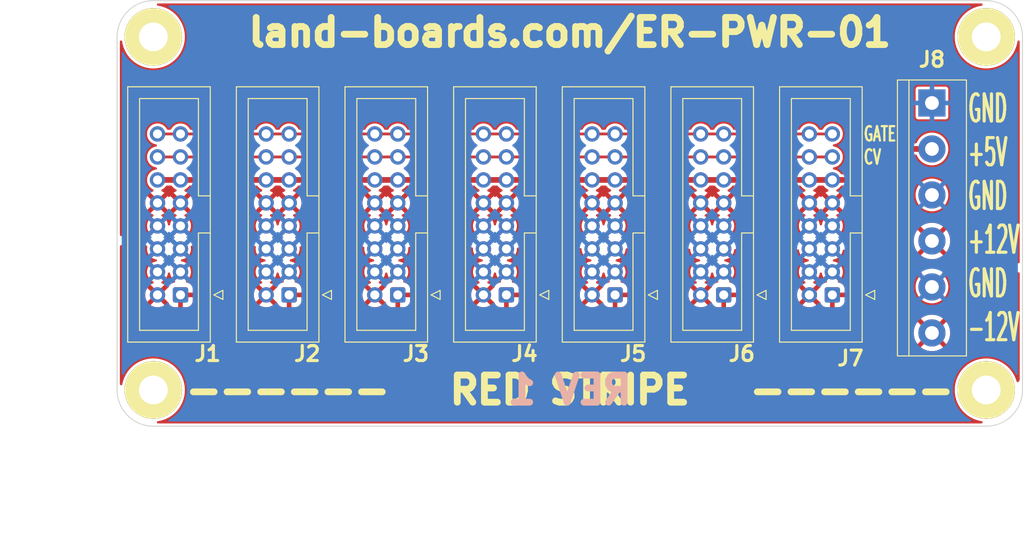
<source format=kicad_pcb>
(kicad_pcb (version 20211014) (generator pcbnew)
  (layers (0 "F.Cu" signal) (31 "B.Cu" signal) (34 "B.Paste" user) (35 "F.Paste" user) (36 "B.SilkS" user "B.Silkscreen") (37 "F.SilkS" user "F.Silkscreen") (38 "B.Mask" user) (39 "F.Mask" user) (44 "Edge.Cuts" user))
  (net 0 "")
  (net 1 "GND")
  (net 2 "/P13")
  (net 3 "/P15")
  (net 4 "/-12V")
  (net 5 "/+12V")
  (net 6 "/+5V")
  (footprint "LandBoards_MountHoles:MTG-4-40" (layer "F.Cu") (at 94 83)
    (fp_text reference "MTG1" hide)
    (fp_text value "MountingHole" hide)
    (pad "1" thru_hole circle locked (at 0 0) (size 6.35 6.35) (drill 3.175) (layers *.Cu *.Mask "F.SilkS"))
  )
  (footprint "Connector_IDC:IDC-Header_2x08_P2.54mm_Vertical" (layer "F.Cu") (at 169 72.5 180)
    (fp_text reference "J7" (at -2 -7) (layer "F.SilkS") (effects (font (size 1.651 1.651) (thickness 0.34925))))
    (fp_text value "Conn_02x08_Odd_Even")
    (fp_line (start 5.83 22.99) (end -3.29 22.99) (layer "F.SilkS") (width 0.12))
    (fp_line (start 4.52 21.69) (end -1.98 21.69) (layer "F.SilkS") (width 0.12))
    (fp_line (start -3.29 22.99) (end -3.29 -5.21) (layer "F.SilkS") (width 0.12))
    (fp_line (start -4.68 -0.5) (end -4.68 0.5) (layer "F.SilkS") (width 0.12))
    (fp_line (start -1.98 10.94) (end -3.29 10.94) (layer "F.SilkS") (width 0.12))
    (fp_line (start -1.98 21.69) (end -1.98 10.94) (layer "F.SilkS") (width 0.12))
    (fp_line (start -1.98 6.84) (end -1.98 -3.91) (layer "F.SilkS") (width 0.12))
    (fp_line (start -3.29 6.84) (end -1.98 6.84) (layer "F.SilkS") (width 0.12))
    (fp_line (start -1.98 10.94) (end -1.98 10.94) (layer "F.SilkS") (width 0.12))
    (fp_line (start 4.52 -3.91) (end 4.52 21.69) (layer "F.SilkS") (width 0.12))
    (fp_line (start -3.29 -5.21) (end 5.83 -5.21) (layer "F.SilkS") (width 0.12))
    (fp_line (start 5.83 -5.21) (end 5.83 22.99) (layer "F.SilkS") (width 0.12))
    (fp_line (start -1.98 -3.91) (end 4.52 -3.91) (layer "F.SilkS") (width 0.12))
    (fp_line (start -4.68 0.5) (end -3.68 0) (layer "F.SilkS") (width 0.12))
    (fp_line (start -3.68 0) (end -4.68 -0.5) (layer "F.SilkS") (width 0.12))
    (pad "1" thru_hole roundrect (at 0 0 180) (size 1.7 1.7) (drill 1) (layers *.Cu *.Mask) (roundrect_rratio 0.1470588235) (net 4 "/-12V"))
    (pad "2" thru_hole circle (at 2.54 0 180) (size 1.7 1.7) (drill 1) (layers *.Cu *.Mask) (net 4 "/-12V"))
    (pad "3" thru_hole circle (at 0 2.54 180) (size 1.7 1.7) (drill 1) (layers *.Cu *.Mask) (net 1 "GND"))
    (pad "4" thru_hole circle (at 2.54 2.54 180) (size 1.7 1.7) (drill 1) (layers *.Cu *.Mask) (net 1 "GND"))
    (pad "5" thru_hole circle (at 0 5.08 180) (size 1.7 1.7) (drill 1) (layers *.Cu *.Mask) (net 1 "GND"))
    (pad "6" thru_hole circle (at 2.54 5.08 180) (size 1.7 1.7) (drill 1) (layers *.Cu *.Mask) (net 1 "GND"))
    (pad "7" thru_hole circle (at 0 7.62 180) (size 1.7 1.7) (drill 1) (layers *.Cu *.Mask) (net 1 "GND"))
    (pad "8" thru_hole circle (at 2.54 7.62 180) (size 1.7 1.7) (drill 1) (layers *.Cu *.Mask) (net 1 "GND"))
    (pad "9" thru_hole circle (at 0 10.16 180) (size 1.7 1.7) (drill 1) (layers *.Cu *.Mask) (net 5 "/+12V"))
    (pad "10" thru_hole circle (at 2.54 10.16 180) (size 1.7 1.7) (drill 1) (layers *.Cu *.Mask) (net 5 "/+12V"))
    (pad "11" thru_hole circle (at 0 12.7 180) (size 1.7 1.7) (drill 1) (layers *.Cu *.Mask) (net 6 "/+5V"))
    (pad "12" thru_hole circle (at 2.54 12.7 180) (size 1.7 1.7) (drill 1) (layers *.Cu *.Mask) (net 6 "/+5V"))
    (pad "13" thru_hole circle (at 0 15.24 180) (size 1.7 1.7) (drill 1) (layers *.Cu *.Mask) (net 2 "/P13"))
    (pad "14" thru_hole circle (at 2.54 15.24 180) (size 1.7 1.7) (drill 1) (layers *.Cu *.Mask) (net 2 "/P13"))
    (pad "15" thru_hole circle (at 0 17.78 180) (size 1.7 1.7) (drill 1) (layers *.Cu *.Mask) (net 3 "/P15"))
    (pad "16" thru_hole circle (at 2.54 17.78 180) (size 1.7 1.7) (drill 1) (layers *.Cu *.Mask) (net 3 "/P15"))
  )
  (footprint "TerminalBlock:TerminalBlock_bornier-6_P5.08mm" (layer "F.Cu") (at 180 51.3 -90)
    (fp_text reference "J8" (at -4.8 0 180) (layer "F.SilkS") (effects (font (size 1.651 1.651) (thickness 0.34925))))
    (fp_text value "Conn_01x06")
    (fp_line (start -2.54 -3.81) (end 27.94 -3.81) (layer "F.SilkS") (width 0.12))
    (fp_line (start -2.54 2.54) (end 27.94 2.54) (layer "F.SilkS") (width 0.12))
    (fp_line (start -2.54 -3.81) (end -2.54 3.81) (layer "F.SilkS") (width 0.12))
    (fp_line (start 27.94 3.81) (end 27.94 -3.81) (layer "F.SilkS") (width 0.12))
    (fp_line (start -2.54 3.81) (end 27.94 3.81) (layer "F.SilkS") (width 0.12))
    (pad "1" thru_hole rect (at 0 0 270) (size 3 3) (drill 1.52) (layers *.Cu *.Mask) (net 1 "GND"))
    (pad "2" thru_hole circle (at 5.08 0 270) (size 3 3) (drill 1.52) (layers *.Cu *.Mask) (net 6 "/+5V"))
    (pad "3" thru_hole circle (at 10.16 0 270) (size 3 3) (drill 1.52) (layers *.Cu *.Mask) (net 1 "GND"))
    (pad "4" thru_hole circle (at 15.24 0 270) (size 3 3) (drill 1.52) (layers *.Cu *.Mask) (net 5 "/+12V"))
    (pad "5" thru_hole circle (at 20.32 0 270) (size 3 3) (drill 1.52) (layers *.Cu *.Mask) (net 1 "GND"))
    (pad "6" thru_hole circle (at 25.4 0 270) (size 3 3) (drill 1.52) (layers *.Cu *.Mask) (net 4 "/-12V"))
  )
  (footprint "Connector_IDC:IDC-Header_2x08_P2.54mm_Vertical" (layer "F.Cu") (at 109 72.5 180)
    (fp_text reference "J2" (at -2 -6.5) (layer "F.SilkS") (effects (font (size 1.651 1.651) (thickness 0.34925))))
    (fp_text value "Conn_02x08_Odd_Even")
    (fp_line (start -1.98 -3.91) (end 4.52 -3.91) (layer "F.SilkS") (width 0.12))
    (fp_line (start -1.98 10.94) (end -1.98 10.94) (layer "F.SilkS") (width 0.12))
    (fp_line (start -3.68 0) (end -4.68 -0.5) (layer "F.SilkS") (width 0.12))
    (fp_line (start 5.83 22.99) (end -3.29 22.99) (layer "F.SilkS") (width 0.12))
    (fp_line (start 4.52 -3.91) (end 4.52 21.69) (layer "F.SilkS") (width 0.12))
    (fp_line (start -3.29 -5.21) (end 5.83 -5.21) (layer "F.SilkS") (width 0.12))
    (fp_line (start -4.68 -0.5) (end -4.68 0.5) (layer "F.SilkS") (width 0.12))
    (fp_line (start -3.29 6.84) (end -1.98 6.84) (layer "F.SilkS") (width 0.12))
    (fp_line (start -3.29 22.99) (end -3.29 -5.21) (layer "F.SilkS") (width 0.12))
    (fp_line (start -1.98 21.69) (end -1.98 10.94) (layer "F.SilkS") (width 0.12))
    (fp_line (start -4.68 0.5) (end -3.68 0) (layer "F.SilkS") (width 0.12))
    (fp_line (start -1.98 10.94) (end -3.29 10.94) (layer "F.SilkS") (width 0.12))
    (fp_line (start 5.83 -5.21) (end 5.83 22.99) (layer "F.SilkS") (width 0.12))
    (fp_line (start 4.52 21.69) (end -1.98 21.69) (layer "F.SilkS") (width 0.12))
    (fp_line (start -1.98 6.84) (end -1.98 -3.91) (layer "F.SilkS") (width 0.12))
    (pad "1" thru_hole roundrect (at 0 0 180) (size 1.7 1.7) (drill 1) (layers *.Cu *.Mask) (roundrect_rratio 0.1470588235) (net 4 "/-12V"))
    (pad "2" thru_hole circle (at 2.54 0 180) (size 1.7 1.7) (drill 1) (layers *.Cu *.Mask) (net 4 "/-12V"))
    (pad "3" thru_hole circle (at 0 2.54 180) (size 1.7 1.7) (drill 1) (layers *.Cu *.Mask) (net 1 "GND"))
    (pad "4" thru_hole circle (at 2.54 2.54 180) (size 1.7 1.7) (drill 1) (layers *.Cu *.Mask) (net 1 "GND"))
    (pad "5" thru_hole circle (at 0 5.08 180) (size 1.7 1.7) (drill 1) (layers *.Cu *.Mask) (net 1 "GND"))
    (pad "6" thru_hole circle (at 2.54 5.08 180) (size 1.7 1.7) (drill 1) (layers *.Cu *.Mask) (net 1 "GND"))
    (pad "7" thru_hole circle (at 0 7.62 180) (size 1.7 1.7) (drill 1) (layers *.Cu *.Mask) (net 1 "GND"))
    (pad "8" thru_hole circle (at 2.54 7.62 180) (size 1.7 1.7) (drill 1) (layers *.Cu *.Mask) (net 1 "GND"))
    (pad "9" thru_hole circle (at 0 10.16 180) (size 1.7 1.7) (drill 1) (layers *.Cu *.Mask) (net 5 "/+12V"))
    (pad "10" thru_hole circle (at 2.54 10.16 180) (size 1.7 1.7) (drill 1) (layers *.Cu *.Mask) (net 5 "/+12V"))
    (pad "11" thru_hole circle (at 0 12.7 180) (size 1.7 1.7) (drill 1) (layers *.Cu *.Mask) (net 6 "/+5V"))
    (pad "12" thru_hole circle (at 2.54 12.7 180) (size 1.7 1.7) (drill 1) (layers *.Cu *.Mask) (net 6 "/+5V"))
    (pad "13" thru_hole circle (at 0 15.24 180) (size 1.7 1.7) (drill 1) (layers *.Cu *.Mask) (net 2 "/P13"))
    (pad "14" thru_hole circle (at 2.54 15.24 180) (size 1.7 1.7) (drill 1) (layers *.Cu *.Mask) (net 2 "/P13"))
    (pad "15" thru_hole circle (at 0 17.78 180) (size 1.7 1.7) (drill 1) (layers *.Cu *.Mask) (net 3 "/P15"))
    (pad "16" thru_hole circle (at 2.54 17.78 180) (size 1.7 1.7) (drill 1) (layers *.Cu *.Mask) (net 3 "/P15"))
  )
  (footprint "Connector_IDC:IDC-Header_2x08_P2.54mm_Vertical" (layer "F.Cu") (at 157 72.5 180)
    (fp_text reference "J6" (at -2 -6.5) (layer "F.SilkS") (effects (font (size 1.651 1.651) (thickness 0.34925))))
    (fp_text value "Conn_02x08_Odd_Even")
    (fp_line (start 5.83 -5.21) (end 5.83 22.99) (layer "F.SilkS") (width 0.12))
    (fp_line (start 4.52 21.69) (end -1.98 21.69) (layer "F.SilkS") (width 0.12))
    (fp_line (start -3.29 22.99) (end -3.29 -5.21) (layer "F.SilkS") (width 0.12))
    (fp_line (start -1.98 21.69) (end -1.98 10.94) (layer "F.SilkS") (width 0.12))
    (fp_line (start -1.98 -3.91) (end 4.52 -3.91) (layer "F.SilkS") (width 0.12))
    (fp_line (start -3.29 -5.21) (end 5.83 -5.21) (layer "F.SilkS") (width 0.12))
    (fp_line (start -1.98 6.84) (end -1.98 -3.91) (layer "F.SilkS") (width 0.12))
    (fp_line (start 5.83 22.99) (end -3.29 22.99) (layer "F.SilkS") (width 0.12))
    (fp_line (start 4.52 -3.91) (end 4.52 21.69) (layer "F.SilkS") (width 0.12))
    (fp_line (start -4.68 -0.5) (end -4.68 0.5) (layer "F.SilkS") (width 0.12))
    (fp_line (start -1.98 10.94) (end -3.29 10.94) (layer "F.SilkS") (width 0.12))
    (fp_line (start -3.68 0) (end -4.68 -0.5) (layer "F.SilkS") (width 0.12))
    (fp_line (start -3.29 6.84) (end -1.98 6.84) (layer "F.SilkS") (width 0.12))
    (fp_line (start -4.68 0.5) (end -3.68 0) (layer "F.SilkS") (width 0.12))
    (fp_line (start -1.98 10.94) (end -1.98 10.94) (layer "F.SilkS") (width 0.12))
    (pad "1" thru_hole roundrect (at 0 0 180) (size 1.7 1.7) (drill 1) (layers *.Cu *.Mask) (roundrect_rratio 0.1470588235) (net 4 "/-12V"))
    (pad "2" thru_hole circle (at 2.54 0 180) (size 1.7 1.7) (drill 1) (layers *.Cu *.Mask) (net 4 "/-12V"))
    (pad "3" thru_hole circle (at 0 2.54 180) (size 1.7 1.7) (drill 1) (layers *.Cu *.Mask) (net 1 "GND"))
    (pad "4" thru_hole circle (at 2.54 2.54 180) (size 1.7 1.7) (drill 1) (layers *.Cu *.Mask) (net 1 "GND"))
    (pad "5" thru_hole circle (at 0 5.08 180) (size 1.7 1.7) (drill 1) (layers *.Cu *.Mask) (net 1 "GND"))
    (pad "6" thru_hole circle (at 2.54 5.08 180) (size 1.7 1.7) (drill 1) (layers *.Cu *.Mask) (net 1 "GND"))
    (pad "7" thru_hole circle (at 0 7.62 180) (size 1.7 1.7) (drill 1) (layers *.Cu *.Mask) (net 1 "GND"))
    (pad "8" thru_hole circle (at 2.54 7.62 180) (size 1.7 1.7) (drill 1) (layers *.Cu *.Mask) (net 1 "GND"))
    (pad "9" thru_hole circle (at 0 10.16 180) (size 1.7 1.7) (drill 1) (layers *.Cu *.Mask) (net 5 "/+12V"))
    (pad "10" thru_hole circle (at 2.54 10.16 180) (size 1.7 1.7) (drill 1) (layers *.Cu *.Mask) (net 5 "/+12V"))
    (pad "11" thru_hole circle (at 0 12.7 180) (size 1.7 1.7) (drill 1) (layers *.Cu *.Mask) (net 6 "/+5V"))
    (pad "12" thru_hole circle (at 2.54 12.7 180) (size 1.7 1.7) (drill 1) (layers *.Cu *.Mask) (net 6 "/+5V"))
    (pad "13" thru_hole circle (at 0 15.24 180) (size 1.7 1.7) (drill 1) (layers *.Cu *.Mask) (net 2 "/P13"))
    (pad "14" thru_hole circle (at 2.54 15.24 180) (size 1.7 1.7) (drill 1) (layers *.Cu *.Mask) (net 2 "/P13"))
    (pad "15" thru_hole circle (at 0 17.78 180) (size 1.7 1.7) (drill 1) (layers *.Cu *.Mask) (net 3 "/P15"))
    (pad "16" thru_hole circle (at 2.54 17.78 180) (size 1.7 1.7) (drill 1) (layers *.Cu *.Mask) (net 3 "/P15"))
  )
  (footprint "Connector_IDC:IDC-Header_2x08_P2.54mm_Vertical" (layer "F.Cu") (at 145 72.5 180)
    (fp_text reference "J5" (at -2 -6.5) (layer "F.SilkS") (effects (font (size 1.651 1.651) (thickness 0.34925))))
    (fp_text value "Conn_02x08_Odd_Even")
    (fp_line (start -1.98 21.69) (end -1.98 10.94) (layer "F.SilkS") (width 0.12))
    (fp_line (start -4.68 -0.5) (end -4.68 0.5) (layer "F.SilkS") (width 0.12))
    (fp_line (start 4.52 21.69) (end -1.98 21.69) (layer "F.SilkS") (width 0.12))
    (fp_line (start -1.98 6.84) (end -1.98 -3.91) (layer "F.SilkS") (width 0.12))
    (fp_line (start -3.68 0) (end -4.68 -0.5) (layer "F.SilkS") (width 0.12))
    (fp_line (start -3.29 6.84) (end -1.98 6.84) (layer "F.SilkS") (width 0.12))
    (fp_line (start -3.29 22.99) (end -3.29 -5.21) (layer "F.SilkS") (width 0.12))
    (fp_line (start 5.83 22.99) (end -3.29 22.99) (layer "F.SilkS") (width 0.12))
    (fp_line (start -1.98 10.94) (end -3.29 10.94) (layer "F.SilkS") (width 0.12))
    (fp_line (start -1.98 -3.91) (end 4.52 -3.91) (layer "F.SilkS") (width 0.12))
    (fp_line (start 5.83 -5.21) (end 5.83 22.99) (layer "F.SilkS") (width 0.12))
    (fp_line (start 4.52 -3.91) (end 4.52 21.69) (layer "F.SilkS") (width 0.12))
    (fp_line (start -1.98 10.94) (end -1.98 10.94) (layer "F.SilkS") (width 0.12))
    (fp_line (start -3.29 -5.21) (end 5.83 -5.21) (layer "F.SilkS") (width 0.12))
    (fp_line (start -4.68 0.5) (end -3.68 0) (layer "F.SilkS") (width 0.12))
    (pad "1" thru_hole roundrect (at 0 0 180) (size 1.7 1.7) (drill 1) (layers *.Cu *.Mask) (roundrect_rratio 0.1470588235) (net 4 "/-12V"))
    (pad "2" thru_hole circle (at 2.54 0 180) (size 1.7 1.7) (drill 1) (layers *.Cu *.Mask) (net 4 "/-12V"))
    (pad "3" thru_hole circle (at 0 2.54 180) (size 1.7 1.7) (drill 1) (layers *.Cu *.Mask) (net 1 "GND"))
    (pad "4" thru_hole circle (at 2.54 2.54 180) (size 1.7 1.7) (drill 1) (layers *.Cu *.Mask) (net 1 "GND"))
    (pad "5" thru_hole circle (at 0 5.08 180) (size 1.7 1.7) (drill 1) (layers *.Cu *.Mask) (net 1 "GND"))
    (pad "6" thru_hole circle (at 2.54 5.08 180) (size 1.7 1.7) (drill 1) (layers *.Cu *.Mask) (net 1 "GND"))
    (pad "7" thru_hole circle (at 0 7.62 180) (size 1.7 1.7) (drill 1) (layers *.Cu *.Mask) (net 1 "GND"))
    (pad "8" thru_hole circle (at 2.54 7.62 180) (size 1.7 1.7) (drill 1) (layers *.Cu *.Mask) (net 1 "GND"))
    (pad "9" thru_hole circle (at 0 10.16 180) (size 1.7 1.7) (drill 1) (layers *.Cu *.Mask) (net 5 "/+12V"))
    (pad "10" thru_hole circle (at 2.54 10.16 180) (size 1.7 1.7) (drill 1) (layers *.Cu *.Mask) (net 5 "/+12V"))
    (pad "11" thru_hole circle (at 0 12.7 180) (size 1.7 1.7) (drill 1) (layers *.Cu *.Mask) (net 6 "/+5V"))
    (pad "12" thru_hole circle (at 2.54 12.7 180) (size 1.7 1.7) (drill 1) (layers *.Cu *.Mask) (net 6 "/+5V"))
    (pad "13" thru_hole circle (at 0 15.24 180) (size 1.7 1.7) (drill 1) (layers *.Cu *.Mask) (net 2 "/P13"))
    (pad "14" thru_hole circle (at 2.54 15.24 180) (size 1.7 1.7) (drill 1) (layers *.Cu *.Mask) (net 2 "/P13"))
    (pad "15" thru_hole circle (at 0 17.78 180) (size 1.7 1.7) (drill 1) (layers *.Cu *.Mask) (net 3 "/P15"))
    (pad "16" thru_hole circle (at 2.54 17.78 180) (size 1.7 1.7) (drill 1) (layers *.Cu *.Mask) (net 3 "/P15"))
  )
  (footprint "Connector_IDC:IDC-Header_2x08_P2.54mm_Vertical" (layer "F.Cu") (at 97 72.5 180)
    (fp_text reference "J1" (at -3 -6.5) (layer "F.SilkS") (effects (font (size 1.651 1.651) (thickness 0.34925))))
    (fp_text value "Conn_02x08_Odd_Even")
    (fp_line (start -1.98 21.69) (end -1.98 10.94) (layer "F.SilkS") (width 0.12))
    (fp_line (start -3.29 22.99) (end -3.29 -5.21) (layer "F.SilkS") (width 0.12))
    (fp_line (start -4.68 0.5) (end -3.68 0) (layer "F.SilkS") (width 0.12))
    (fp_line (start -3.29 -5.21) (end 5.83 -5.21) (layer "F.SilkS") (width 0.12))
    (fp_line (start -3.29 6.84) (end -1.98 6.84) (layer "F.SilkS") (width 0.12))
    (fp_line (start 5.83 -5.21) (end 5.83 22.99) (layer "F.SilkS") (width 0.12))
    (fp_line (start 5.83 22.99) (end -3.29 22.99) (layer "F.SilkS") (width 0.12))
    (fp_line (start -1.98 -3.91) (end 4.52 -3.91) (layer "F.SilkS") (width 0.12))
    (fp_line (start 4.52 21.69) (end -1.98 21.69) (layer "F.SilkS") (width 0.12))
    (fp_line (start -3.68 0) (end -4.68 -0.5) (layer "F.SilkS") (width 0.12))
    (fp_line (start 4.52 -3.91) (end 4.52 21.69) (layer "F.SilkS") (width 0.12))
    (fp_line (start -1.98 6.84) (end -1.98 -3.91) (layer "F.SilkS") (width 0.12))
    (fp_line (start -4.68 -0.5) (end -4.68 0.5) (layer "F.SilkS") (width 0.12))
    (fp_line (start -1.98 10.94) (end -1.98 10.94) (layer "F.SilkS") (width 0.12))
    (fp_line (start -1.98 10.94) (end -3.29 10.94) (layer "F.SilkS") (width 0.12))
    (pad "1" thru_hole roundrect (at 0 0 180) (size 1.7 1.7) (drill 1) (layers *.Cu *.Mask) (roundrect_rratio 0.1470588235) (net 4 "/-12V"))
    (pad "2" thru_hole circle (at 2.54 0 180) (size 1.7 1.7) (drill 1) (layers *.Cu *.Mask) (net 4 "/-12V"))
    (pad "3" thru_hole circle (at 0 2.54 180) (size 1.7 1.7) (drill 1) (layers *.Cu *.Mask) (net 1 "GND"))
    (pad "4" thru_hole circle (at 2.54 2.54 180) (size 1.7 1.7) (drill 1) (layers *.Cu *.Mask) (net 1 "GND"))
    (pad "5" thru_hole circle (at 0 5.08 180) (size 1.7 1.7) (drill 1) (layers *.Cu *.Mask) (net 1 "GND"))
    (pad "6" thru_hole circle (at 2.54 5.08 180) (size 1.7 1.7) (drill 1) (layers *.Cu *.Mask) (net 1 "GND"))
    (pad "7" thru_hole circle (at 0 7.62 180) (size 1.7 1.7) (drill 1) (layers *.Cu *.Mask) (net 1 "GND"))
    (pad "8" thru_hole circle (at 2.54 7.62 180) (size 1.7 1.7) (drill 1) (layers *.Cu *.Mask) (net 1 "GND"))
    (pad "9" thru_hole circle (at 0 10.16 180) (size 1.7 1.7) (drill 1) (layers *.Cu *.Mask) (net 5 "/+12V"))
    (pad "10" thru_hole circle (at 2.54 10.16 180) (size 1.7 1.7) (drill 1) (layers *.Cu *.Mask) (net 5 "/+12V"))
    (pad "11" thru_hole circle (at 0 12.7 180) (size 1.7 1.7) (drill 1) (layers *.Cu *.Mask) (net 6 "/+5V"))
    (pad "12" thru_hole circle (at 2.54 12.7 180) (size 1.7 1.7) (drill 1) (layers *.Cu *.Mask) (net 6 "/+5V"))
    (pad "13" thru_hole circle (at 0 15.24 180) (size 1.7 1.7) (drill 1) (layers *.Cu *.Mask) (net 2 "/P13"))
    (pad "14" thru_hole circle (at 2.54 15.24 180) (size 1.7 1.7) (drill 1) (layers *.Cu *.Mask) (net 2 "/P13"))
    (pad "15" thru_hole circle (at 0 17.78 180) (size 1.7 1.7) (drill 1) (layers *.Cu *.Mask) (net 3 "/P15"))
    (pad "16" thru_hole circle (at 2.54 17.78 180) (size 1.7 1.7) (drill 1) (layers *.Cu *.Mask) (net 3 "/P15"))
  )
  (footprint "LandBoards_MountHoles:MTG-4-40" (layer "F.Cu") (at 94 44)
    (fp_text reference "MTG3" hide)
    (fp_text value "MountingHole" hide)
    (pad "1" thru_hole circle locked (at 0 0) (size 6.35 6.35) (drill 3.175) (layers *.Cu *.Mask "F.SilkS"))
  )
  (footprint "Connector_IDC:IDC-Header_2x08_P2.54mm_Vertical" (layer "F.Cu") (at 133 72.5 180)
    (fp_text reference "J4" (at -2 -6.5) (layer "F.SilkS") (effects (font (size 1.651 1.651) (thickness 0.34925))))
    (fp_text value "Conn_02x08_Odd_Even")
    (fp_line (start 4.52 -3.91) (end 4.52 21.69) (layer "F.SilkS") (width 0.12))
    (fp_line (start -4.68 0.5) (end -3.68 0) (layer "F.SilkS") (width 0.12))
    (fp_line (start -1.98 -3.91) (end 4.52 -3.91) (layer "F.SilkS") (width 0.12))
    (fp_line (start -3.29 22.99) (end -3.29 -5.21) (layer "F.SilkS") (width 0.12))
    (fp_line (start -3.29 -5.21) (end 5.83 -5.21) (layer "F.SilkS") (width 0.12))
    (fp_line (start 5.83 -5.21) (end 5.83 22.99) (layer "F.SilkS") (width 0.12))
    (fp_line (start 5.83 22.99) (end -3.29 22.99) (layer "F.SilkS") (width 0.12))
    (fp_line (start -4.68 -0.5) (end -4.68 0.5) (layer "F.SilkS") (width 0.12))
    (fp_line (start -1.98 10.94) (end -3.29 10.94) (layer "F.SilkS") (width 0.12))
    (fp_line (start 4.52 21.69) (end -1.98 21.69) (layer "F.SilkS") (width 0.12))
    (fp_line (start -3.29 6.84) (end -1.98 6.84) (layer "F.SilkS") (width 0.12))
    (fp_line (start -3.68 0) (end -4.68 -0.5) (layer "F.SilkS") (width 0.12))
    (fp_line (start -1.98 21.69) (end -1.98 10.94) (layer "F.SilkS") (width 0.12))
    (fp_line (start -1.98 10.94) (end -1.98 10.94) (layer "F.SilkS") (width 0.12))
    (fp_line (start -1.98 6.84) (end -1.98 -3.91) (layer "F.SilkS") (width 0.12))
    (pad "1" thru_hole roundrect (at 0 0 180) (size 1.7 1.7) (drill 1) (layers *.Cu *.Mask) (roundrect_rratio 0.1470588235) (net 4 "/-12V"))
    (pad "2" thru_hole circle (at 2.54 0 180) (size 1.7 1.7) (drill 1) (layers *.Cu *.Mask) (net 4 "/-12V"))
    (pad "3" thru_hole circle (at 0 2.54 180) (size 1.7 1.7) (drill 1) (layers *.Cu *.Mask) (net 1 "GND"))
    (pad "4" thru_hole circle (at 2.54 2.54 180) (size 1.7 1.7) (drill 1) (layers *.Cu *.Mask) (net 1 "GND"))
    (pad "5" thru_hole circle (at 0 5.08 180) (size 1.7 1.7) (drill 1) (layers *.Cu *.Mask) (net 1 "GND"))
    (pad "6" thru_hole circle (at 2.54 5.08 180) (size 1.7 1.7) (drill 1) (layers *.Cu *.Mask) (net 1 "GND"))
    (pad "7" thru_hole circle (at 0 7.62 180) (size 1.7 1.7) (drill 1) (layers *.Cu *.Mask) (net 1 "GND"))
    (pad "8" thru_hole circle (at 2.54 7.62 180) (size 1.7 1.7) (drill 1) (layers *.Cu *.Mask) (net 1 "GND"))
    (pad "9" thru_hole circle (at 0 10.16 180) (size 1.7 1.7) (drill 1) (layers *.Cu *.Mask) (net 5 "/+12V"))
    (pad "10" thru_hole circle (at 2.54 10.16 180) (size 1.7 1.7) (drill 1) (layers *.Cu *.Mask) (net 5 "/+12V"))
    (pad "11" thru_hole circle (at 0 12.7 180) (size 1.7 1.7) (drill 1) (layers *.Cu *.Mask) (net 6 "/+5V"))
    (pad "12" thru_hole circle (at 2.54 12.7 180) (size 1.7 1.7) (drill 1) (layers *.Cu *.Mask) (net 6 "/+5V"))
    (pad "13" thru_hole circle (at 0 15.24 180) (size 1.7 1.7) (drill 1) (layers *.Cu *.Mask) (net 2 "/P13"))
    (pad "14" thru_hole circle (at 2.54 15.24 180) (size 1.7 1.7) (drill 1) (layers *.Cu *.Mask) (net 2 "/P13"))
    (pad "15" thru_hole circle (at 0 17.78 180) (size 1.7 1.7) (drill 1) (layers *.Cu *.Mask) (net 3 "/P15"))
    (pad "16" thru_hole circle (at 2.54 17.78 180) (size 1.7 1.7) (drill 1) (layers *.Cu *.Mask) (net 3 "/P15"))
  )
  (footprint "Connector_IDC:IDC-Header_2x08_P2.54mm_Vertical" (layer "F.Cu") (at 121 72.5 180)
    (fp_text reference "J3" (at -2 -6.5) (layer "F.SilkS") (effects (font (size 1.651 1.651) (thickness 0.34925))))
    (fp_text value "Conn_02x08_Odd_Even")
    (fp_line (start -1.98 10.94) (end -3.29 10.94) (layer "F.SilkS") (width 0.12))
    (fp_line (start 5.83 -5.21) (end 5.83 22.99) (layer "F.SilkS") (width 0.12))
    (fp_line (start -1.98 21.69) (end -1.98 10.94) (layer "F.SilkS") (width 0.12))
    (fp_line (start 5.83 22.99) (end -3.29 22.99) (layer "F.SilkS") (width 0.12))
    (fp_line (start -4.68 -0.5) (end -4.68 0.5) (layer "F.SilkS") (width 0.12))
    (fp_line (start -3.29 -5.21) (end 5.83 -5.21) (layer "F.SilkS") (width 0.12))
    (fp_line (start -1.98 -3.91) (end 4.52 -3.91) (layer "F.SilkS") (width 0.12))
    (fp_line (start -4.68 0.5) (end -3.68 0) (layer "F.SilkS") (width 0.12))
    (fp_line (start -3.29 22.99) (end -3.29 -5.21) (layer "F.SilkS") (width 0.12))
    (fp_line (start 4.52 21.69) (end -1.98 21.69) (layer "F.SilkS") (width 0.12))
    (fp_line (start -3.29 6.84) (end -1.98 6.84) (layer "F.SilkS") (width 0.12))
    (fp_line (start 4.52 -3.91) (end 4.52 21.69) (layer "F.SilkS") (width 0.12))
    (fp_line (start -3.68 0) (end -4.68 -0.5) (layer "F.SilkS") (width 0.12))
    (fp_line (start -1.98 10.94) (end -1.98 10.94) (layer "F.SilkS") (width 0.12))
    (fp_line (start -1.98 6.84) (end -1.98 -3.91) (layer "F.SilkS") (width 0.12))
    (pad "1" thru_hole roundrect (at 0 0 180) (size 1.7 1.7) (drill 1) (layers *.Cu *.Mask) (roundrect_rratio 0.1470588235) (net 4 "/-12V"))
    (pad "2" thru_hole circle (at 2.54 0 180) (size 1.7 1.7) (drill 1) (layers *.Cu *.Mask) (net 4 "/-12V"))
    (pad "3" thru_hole circle (at 0 2.54 180) (size 1.7 1.7) (drill 1) (layers *.Cu *.Mask) (net 1 "GND"))
    (pad "4" thru_hole circle (at 2.54 2.54 180) (size 1.7 1.7) (drill 1) (layers *.Cu *.Mask) (net 1 "GND"))
    (pad "5" thru_hole circle (at 0 5.08 180) (size 1.7 1.7) (drill 1) (layers *.Cu *.Mask) (net 1 "GND"))
    (pad "6" thru_hole circle (at 2.54 5.08 180) (size 1.7 1.7) (drill 1) (layers *.Cu *.Mask) (net 1 "GND"))
    (pad "7" thru_hole circle (at 0 7.62 180) (size 1.7 1.7) (drill 1) (layers *.Cu *.Mask) (net 1 "GND"))
    (pad "8" thru_hole circle (at 2.54 7.62 180) (size 1.7 1.7) (drill 1) (layers *.Cu *.Mask) (net 1 "GND"))
    (pad "9" thru_hole circle (at 0 10.16 180) (size 1.7 1.7) (drill 1) (layers *.Cu *.Mask) (net 5 "/+12V"))
    (pad "10" thru_hole circle (at 2.54 10.16 180) (size 1.7 1.7) (drill 1) (layers *.Cu *.Mask) (net 5 "/+12V"))
    (pad "11" thru_hole circle (at 0 12.7 180) (size 1.7 1.7) (drill 1) (layers *.Cu *.Mask) (net 6 "/+5V"))
    (pad "12" thru_hole circle (at 2.54 12.7 180) (size 1.7 1.7) (drill 1) (layers *.Cu *.Mask) (net 6 "/+5V"))
    (pad "13" thru_hole circle (at 0 15.24 180) (size 1.7 1.7) (drill 1) (layers *.Cu *.Mask) (net 2 "/P13"))
    (pad "14" thru_hole circle (at 2.54 15.24 180) (size 1.7 1.7) (drill 1) (layers *.Cu *.Mask) (net 2 "/P13"))
    (pad "15" thru_hole circle (at 0 17.78 180) (size 1.7 1.7) (drill 1) (layers *.Cu *.Mask) (net 3 "/P15"))
    (pad "16" thru_hole circle (at 2.54 17.78 180) (size 1.7 1.7) (drill 1) (layers *.Cu *.Mask) (net 3 "/P15"))
  )
  (footprint "LandBoards_MountHoles:MTG-4-40" (layer "F.Cu") (at 186 83)
    (fp_text reference "MTG2" hide)
    (fp_text value "MountingHole" hide)
    (pad "1" thru_hole circle locked (at 0 0) (size 6.35 6.35) (drill 3.175) (layers *.Cu *.Mask "F.SilkS"))
  )
  (footprint "LandBoards_MountHoles:MTG-4-40" (layer "F.Cu") (at 186 44)
    (fp_text reference "MTG4" hide)
    (fp_text value "MountingHole" hide)
    (pad "1" thru_hole circle locked (at 0 0) (size 6.35 6.35) (drill 3.175) (layers *.Cu *.Mask "F.SilkS"))
  )
  (gr_line (start 94 40) (end 186 40) (layer "Edge.Cuts") (width 0.1))
  (gr_arc (start 90 44) (mid 91.171573 41.171573) (end 94 40) (layer "Edge.Cuts") (width 0.1))
  (gr_line (start 190 44) (end 190 83) (layer "Edge.Cuts") (width 0.1))
  (gr_line (start 186 87) (end 94 87) (layer "Edge.Cuts") (width 0.1))
  (gr_arc (start 186 40) (mid 188.828427 41.171573) (end 190 44) (layer "Edge.Cuts") (width 0.1))
  (gr_arc (start 94 87) (mid 91.171573 85.828427) (end 90 83) (layer "Edge.Cuts") (width 0.1))
  (gr_arc (start 190 83) (mid 188.828427 85.828427) (end 186 87) (layer "Edge.Cuts") (width 0.1))
  (gr_line (start 90 83) (end 90 44) (layer "Edge.Cuts") (width 0.1))
  (gr_text "REV 1" (at 140 83) (layer "B.SilkS") (effects (font (size 3 3) (thickness 0.75)) (justify mirror)))
  (gr_text "GATE\nCV" (at 172.339 56) (layer "F.SilkS") (effects (font (size 1.5875 1) (thickness 0.25)) (justify left)))
  (gr_text "------   RED STRIPE   ------" (at 140 83) (layer "F.SilkS") (effects (font (size 3 3) (thickness 0.75))))
  (gr_text "GND\n+5V\nGND\n+12V\nGND\n-12V" (at 183.81 64) (layer "F.SilkS") (effects (font (size 3 1.4) (thickness 0.35)) (justify left)))
  (gr_text "land-boards.com/ER-PWR-01" (at 140 43.5) (layer "F.SilkS") (effects (font (size 3 3) (thickness 0.75))))
  (segment (start 145 57.26) (end 154.46 57.26) (width 0.3048) (layer "F.Cu") (net 2))
  (segment (start 154.46 57.26) (end 157 57.26) (width 0.3048) (layer "F.Cu") (net 2))
  (segment (start 133 57.26) (end 142.46 57.26) (width 0.3048) (layer "F.Cu") (net 2))
  (segment (start 142.46 57.26) (end 145 57.26) (width 0.3048) (layer "F.Cu") (net 2))
  (segment (start 118.46 57.26) (end 121 57.26) (width 0.3048) (layer "F.Cu") (net 2))
  (segment (start 109 57.26) (end 118.46 57.26) (width 0.3048) (layer "F.Cu") (net 2))
  (segment (start 97.000009 57.260007) (end 106.460011 57.260007) (width 0.3048) (layer "F.Cu") (net 2))
  (segment (start 121 57.26) (end 130.46 57.26) (width 0.3048) (layer "F.Cu") (net 2))
  (segment (start 130.46 57.26) (end 133 57.26) (width 0.3048) (layer "F.Cu") (net 2))
  (segment (start 106.46 57.26) (end 109 57.26) (width 0.3048) (layer "F.Cu") (net 2))
  (segment (start 94.46 57.26) (end 97 57.26) (width 0.3048) (layer "F.Cu") (net 2))
  (segment (start 166.46 57.26) (end 169 57.26) (width 0.3048) (layer "F.Cu") (net 2))
  (segment (start 157 57.26) (end 166.46 57.26) (width 0.3048) (layer "F.Cu") (net 2))
  (segment (start 121 54.72) (end 130.46 54.72) (width 0.3048) (layer "F.Cu") (net 3))
  (segment (start 154.46 54.72) (end 157 54.72) (width 0.3048) (layer "F.Cu") (net 3))
  (segment (start 145 54.72) (end 154.46 54.72) (width 0.3048) (layer "F.Cu") (net 3))
  (segment (start 97.000009 54.720007) (end 106.460011 54.720007) (width 0.3048) (layer "F.Cu") (net 3))
  (segment (start 118.46 54.72) (end 121 54.72) (width 0.3048) (layer "F.Cu") (net 3))
  (segment (start 133 54.72) (end 142.46 54.72) (width 0.3048) (layer "F.Cu") (net 3))
  (segment (start 94.46 54.72) (end 97 54.72) (width 0.3048) (layer "F.Cu") (net 3))
  (segment (start 106.46 54.72) (end 109 54.72) (width 0.3048) (layer "F.Cu") (net 3))
  (segment (start 109 54.72) (end 118.46 54.72) (width 0.3048) (layer "F.Cu") (net 3))
  (segment (start 130.46 54.72) (end 133 54.72) (width 0.3048) (layer "F.Cu") (net 3))
  (segment (start 166.46 54.72) (end 169 54.72) (width 0.3048) (layer "F.Cu") (net 3))
  (segment (start 142.46 54.72) (end 145 54.72) (width 0.3048) (layer "F.Cu") (net 3))
  (segment (start 157 54.72) (end 166.46 54.72) (width 0.3048) (layer "F.Cu") (net 3))
  (segment (start 175.62 56.38) (end 180 56.38) (width 0.635) (layer "F.Cu") (net 6))
  (segment (start 172.199993 59.800007) (end 175.62 56.38) (width 0.635) (layer "F.Cu") (net 6))
  (segment (start 94.460009 59.800007) (end 172.199986 59.800007) (width 0.635) (layer "F.Cu") (net 6))
  (zone (net 5) (net_name "/+12V") (layer "F.Cu") (connect_pads (clearance 0.3048)) (min_thickness 0.254) (fill yes (thermal_gap 0.508) (thermal_bridge_width 0.508))
    (polygon (pts (xy 190 69) (xy 172.5 69) (xy 171 66) (xy 90 66) (xy 90 44) (xy 94 40) (xy 186 40) (xy 190 43)))
  )
  (zone (net 4) (net_name "/-12V") (layer "F.Cu") (connect_pads (clearance 0.3048)) (min_thickness 0.254) (fill yes (thermal_gap 0.508) (thermal_bridge_width 0.508))
    (polygon (pts (xy 170.5 67.5) (xy 172 70) (xy 190 70) (xy 190 81.5) (xy 186 87) (xy 94 87) (xy 90 82) (xy 90 67)))
  )
  (zone (net 1) (net_name "GND") (layer "B.Cu") (connect_pads (clearance 0.508)) (min_thickness 0.254) (fill yes (thermal_gap 0.508) (thermal_bridge_width 0.508))
    (polygon (pts (xy 190 87) (xy 90 87) (xy 90 40) (xy 190 40)))
  )
)
</source>
